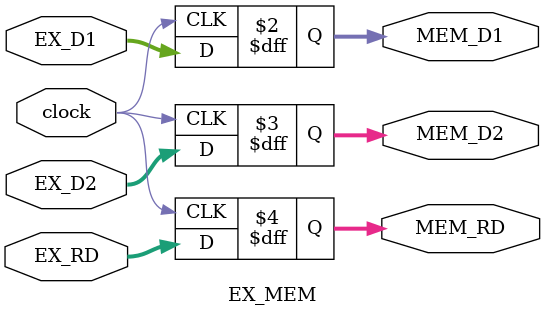
<source format=v>

module EX_MEM(
	input wire [31:0] EX_D1,
	input wire [31:0] EX_D2,
	input wire [4:0] EX_RD,
	input wire clock,
	output reg [31:0] MEM_D1,
	output reg [31:0] MEM_D2,
	output reg [4:0] MEM_RD);
	
always @(posedge clock)	begin
	MEM_D1 <= EX_D1;
	MEM_D2 <= EX_D2;
	MEM_RD <= EX_RD;
end
	
endmodule





</source>
